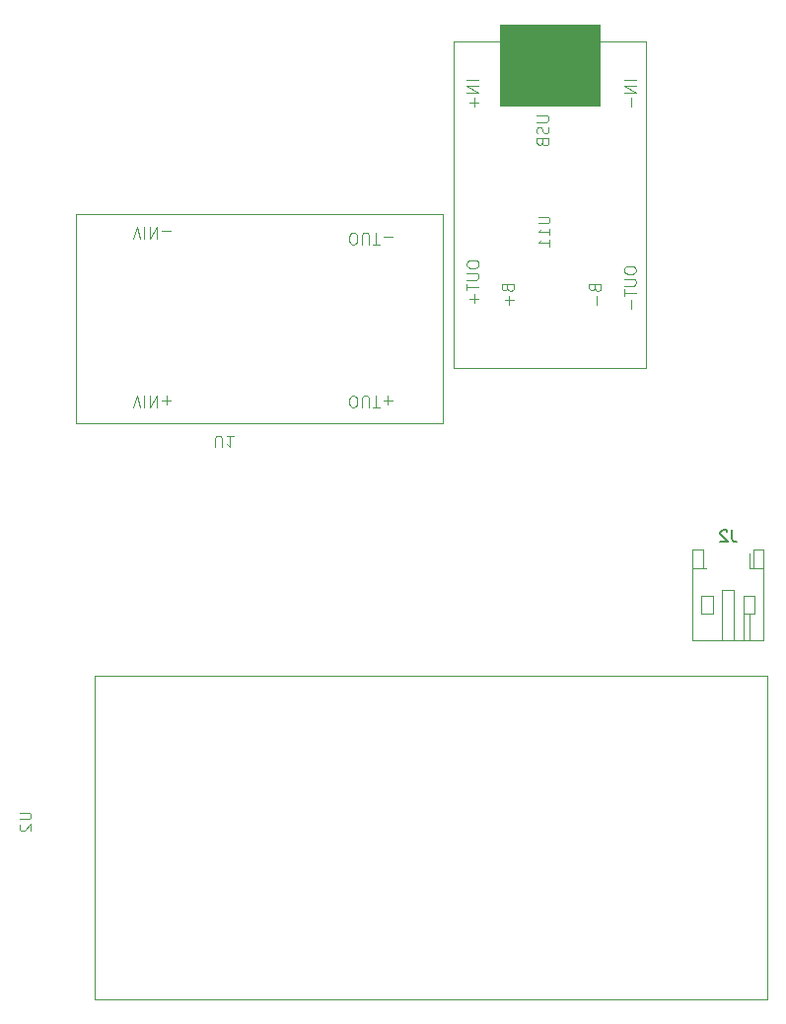
<source format=gbr>
%TF.GenerationSoftware,KiCad,Pcbnew,9.0.0*%
%TF.CreationDate,2025-04-29T13:04:53-04:00*%
%TF.ProjectId,mp3_player,6d70335f-706c-4617-9965-722e6b696361,rev?*%
%TF.SameCoordinates,Original*%
%TF.FileFunction,Legend,Bot*%
%TF.FilePolarity,Positive*%
%FSLAX46Y46*%
G04 Gerber Fmt 4.6, Leading zero omitted, Abs format (unit mm)*
G04 Created by KiCad (PCBNEW 9.0.0) date 2025-04-29 13:04:53*
%MOMM*%
%LPD*%
G01*
G04 APERTURE LIST*
%ADD10C,0.100000*%
%ADD11C,0.150000*%
%ADD12C,0.120000*%
G04 APERTURE END LIST*
D10*
X152681794Y-65554905D02*
X153491317Y-65554905D01*
X153491317Y-65554905D02*
X153586555Y-65602524D01*
X153586555Y-65602524D02*
X153634175Y-65650143D01*
X153634175Y-65650143D02*
X153681794Y-65745381D01*
X153681794Y-65745381D02*
X153681794Y-65935857D01*
X153681794Y-65935857D02*
X153634175Y-66031095D01*
X153634175Y-66031095D02*
X153586555Y-66078714D01*
X153586555Y-66078714D02*
X153491317Y-66126333D01*
X153491317Y-66126333D02*
X152681794Y-66126333D01*
X153681794Y-67126333D02*
X153681794Y-66554905D01*
X153681794Y-66840619D02*
X152681794Y-66840619D01*
X152681794Y-66840619D02*
X152824651Y-66745381D01*
X152824651Y-66745381D02*
X152919889Y-66650143D01*
X152919889Y-66650143D02*
X152967508Y-66554905D01*
X153681794Y-68078714D02*
X153681794Y-67507286D01*
X153681794Y-67793000D02*
X152681794Y-67793000D01*
X152681794Y-67793000D02*
X152824651Y-67697762D01*
X152824651Y-67697762D02*
X152919889Y-67602524D01*
X152919889Y-67602524D02*
X152967508Y-67507286D01*
X147571794Y-53846884D02*
X146571794Y-53846884D01*
X147571794Y-54323074D02*
X146571794Y-54323074D01*
X146571794Y-54323074D02*
X147571794Y-54894502D01*
X147571794Y-54894502D02*
X146571794Y-54894502D01*
X147190841Y-55370693D02*
X147190841Y-56132598D01*
X147571794Y-55751645D02*
X146809889Y-55751645D01*
X146571794Y-69537360D02*
X146571794Y-69727836D01*
X146571794Y-69727836D02*
X146619413Y-69823074D01*
X146619413Y-69823074D02*
X146714651Y-69918312D01*
X146714651Y-69918312D02*
X146905127Y-69965931D01*
X146905127Y-69965931D02*
X147238460Y-69965931D01*
X147238460Y-69965931D02*
X147428936Y-69918312D01*
X147428936Y-69918312D02*
X147524175Y-69823074D01*
X147524175Y-69823074D02*
X147571794Y-69727836D01*
X147571794Y-69727836D02*
X147571794Y-69537360D01*
X147571794Y-69537360D02*
X147524175Y-69442122D01*
X147524175Y-69442122D02*
X147428936Y-69346884D01*
X147428936Y-69346884D02*
X147238460Y-69299265D01*
X147238460Y-69299265D02*
X146905127Y-69299265D01*
X146905127Y-69299265D02*
X146714651Y-69346884D01*
X146714651Y-69346884D02*
X146619413Y-69442122D01*
X146619413Y-69442122D02*
X146571794Y-69537360D01*
X146571794Y-70394503D02*
X147381317Y-70394503D01*
X147381317Y-70394503D02*
X147476555Y-70442122D01*
X147476555Y-70442122D02*
X147524175Y-70489741D01*
X147524175Y-70489741D02*
X147571794Y-70584979D01*
X147571794Y-70584979D02*
X147571794Y-70775455D01*
X147571794Y-70775455D02*
X147524175Y-70870693D01*
X147524175Y-70870693D02*
X147476555Y-70918312D01*
X147476555Y-70918312D02*
X147381317Y-70965931D01*
X147381317Y-70965931D02*
X146571794Y-70965931D01*
X146571794Y-71299265D02*
X146571794Y-71870693D01*
X147571794Y-71584979D02*
X146571794Y-71584979D01*
X147190841Y-72204027D02*
X147190841Y-72965932D01*
X147571794Y-72584979D02*
X146809889Y-72584979D01*
X150047984Y-71680217D02*
X150095603Y-71823074D01*
X150095603Y-71823074D02*
X150143222Y-71870693D01*
X150143222Y-71870693D02*
X150238460Y-71918312D01*
X150238460Y-71918312D02*
X150381317Y-71918312D01*
X150381317Y-71918312D02*
X150476555Y-71870693D01*
X150476555Y-71870693D02*
X150524175Y-71823074D01*
X150524175Y-71823074D02*
X150571794Y-71727836D01*
X150571794Y-71727836D02*
X150571794Y-71346884D01*
X150571794Y-71346884D02*
X149571794Y-71346884D01*
X149571794Y-71346884D02*
X149571794Y-71680217D01*
X149571794Y-71680217D02*
X149619413Y-71775455D01*
X149619413Y-71775455D02*
X149667032Y-71823074D01*
X149667032Y-71823074D02*
X149762270Y-71870693D01*
X149762270Y-71870693D02*
X149857508Y-71870693D01*
X149857508Y-71870693D02*
X149952746Y-71823074D01*
X149952746Y-71823074D02*
X150000365Y-71775455D01*
X150000365Y-71775455D02*
X150047984Y-71680217D01*
X150047984Y-71680217D02*
X150047984Y-71346884D01*
X150190841Y-72346884D02*
X150190841Y-73108789D01*
X150571794Y-72727836D02*
X149809889Y-72727836D01*
X157547984Y-71680217D02*
X157595603Y-71823074D01*
X157595603Y-71823074D02*
X157643222Y-71870693D01*
X157643222Y-71870693D02*
X157738460Y-71918312D01*
X157738460Y-71918312D02*
X157881317Y-71918312D01*
X157881317Y-71918312D02*
X157976555Y-71870693D01*
X157976555Y-71870693D02*
X158024175Y-71823074D01*
X158024175Y-71823074D02*
X158071794Y-71727836D01*
X158071794Y-71727836D02*
X158071794Y-71346884D01*
X158071794Y-71346884D02*
X157071794Y-71346884D01*
X157071794Y-71346884D02*
X157071794Y-71680217D01*
X157071794Y-71680217D02*
X157119413Y-71775455D01*
X157119413Y-71775455D02*
X157167032Y-71823074D01*
X157167032Y-71823074D02*
X157262270Y-71870693D01*
X157262270Y-71870693D02*
X157357508Y-71870693D01*
X157357508Y-71870693D02*
X157452746Y-71823074D01*
X157452746Y-71823074D02*
X157500365Y-71775455D01*
X157500365Y-71775455D02*
X157547984Y-71680217D01*
X157547984Y-71680217D02*
X157547984Y-71346884D01*
X157690841Y-72346884D02*
X157690841Y-73108789D01*
X152571794Y-56846884D02*
X153381317Y-56846884D01*
X153381317Y-56846884D02*
X153476555Y-56894503D01*
X153476555Y-56894503D02*
X153524175Y-56942122D01*
X153524175Y-56942122D02*
X153571794Y-57037360D01*
X153571794Y-57037360D02*
X153571794Y-57227836D01*
X153571794Y-57227836D02*
X153524175Y-57323074D01*
X153524175Y-57323074D02*
X153476555Y-57370693D01*
X153476555Y-57370693D02*
X153381317Y-57418312D01*
X153381317Y-57418312D02*
X152571794Y-57418312D01*
X153524175Y-57846884D02*
X153571794Y-57989741D01*
X153571794Y-57989741D02*
X153571794Y-58227836D01*
X153571794Y-58227836D02*
X153524175Y-58323074D01*
X153524175Y-58323074D02*
X153476555Y-58370693D01*
X153476555Y-58370693D02*
X153381317Y-58418312D01*
X153381317Y-58418312D02*
X153286079Y-58418312D01*
X153286079Y-58418312D02*
X153190841Y-58370693D01*
X153190841Y-58370693D02*
X153143222Y-58323074D01*
X153143222Y-58323074D02*
X153095603Y-58227836D01*
X153095603Y-58227836D02*
X153047984Y-58037360D01*
X153047984Y-58037360D02*
X153000365Y-57942122D01*
X153000365Y-57942122D02*
X152952746Y-57894503D01*
X152952746Y-57894503D02*
X152857508Y-57846884D01*
X152857508Y-57846884D02*
X152762270Y-57846884D01*
X152762270Y-57846884D02*
X152667032Y-57894503D01*
X152667032Y-57894503D02*
X152619413Y-57942122D01*
X152619413Y-57942122D02*
X152571794Y-58037360D01*
X152571794Y-58037360D02*
X152571794Y-58275455D01*
X152571794Y-58275455D02*
X152619413Y-58418312D01*
X153047984Y-59180217D02*
X153095603Y-59323074D01*
X153095603Y-59323074D02*
X153143222Y-59370693D01*
X153143222Y-59370693D02*
X153238460Y-59418312D01*
X153238460Y-59418312D02*
X153381317Y-59418312D01*
X153381317Y-59418312D02*
X153476555Y-59370693D01*
X153476555Y-59370693D02*
X153524175Y-59323074D01*
X153524175Y-59323074D02*
X153571794Y-59227836D01*
X153571794Y-59227836D02*
X153571794Y-58846884D01*
X153571794Y-58846884D02*
X152571794Y-58846884D01*
X152571794Y-58846884D02*
X152571794Y-59180217D01*
X152571794Y-59180217D02*
X152619413Y-59275455D01*
X152619413Y-59275455D02*
X152667032Y-59323074D01*
X152667032Y-59323074D02*
X152762270Y-59370693D01*
X152762270Y-59370693D02*
X152857508Y-59370693D01*
X152857508Y-59370693D02*
X152952746Y-59323074D01*
X152952746Y-59323074D02*
X153000365Y-59275455D01*
X153000365Y-59275455D02*
X153047984Y-59180217D01*
X153047984Y-59180217D02*
X153047984Y-58846884D01*
X161071794Y-53846884D02*
X160071794Y-53846884D01*
X161071794Y-54323074D02*
X160071794Y-54323074D01*
X160071794Y-54323074D02*
X161071794Y-54894502D01*
X161071794Y-54894502D02*
X160071794Y-54894502D01*
X160690841Y-55370693D02*
X160690841Y-56132598D01*
X160071794Y-70037360D02*
X160071794Y-70227836D01*
X160071794Y-70227836D02*
X160119413Y-70323074D01*
X160119413Y-70323074D02*
X160214651Y-70418312D01*
X160214651Y-70418312D02*
X160405127Y-70465931D01*
X160405127Y-70465931D02*
X160738460Y-70465931D01*
X160738460Y-70465931D02*
X160928936Y-70418312D01*
X160928936Y-70418312D02*
X161024175Y-70323074D01*
X161024175Y-70323074D02*
X161071794Y-70227836D01*
X161071794Y-70227836D02*
X161071794Y-70037360D01*
X161071794Y-70037360D02*
X161024175Y-69942122D01*
X161024175Y-69942122D02*
X160928936Y-69846884D01*
X160928936Y-69846884D02*
X160738460Y-69799265D01*
X160738460Y-69799265D02*
X160405127Y-69799265D01*
X160405127Y-69799265D02*
X160214651Y-69846884D01*
X160214651Y-69846884D02*
X160119413Y-69942122D01*
X160119413Y-69942122D02*
X160071794Y-70037360D01*
X160071794Y-70894503D02*
X160881317Y-70894503D01*
X160881317Y-70894503D02*
X160976555Y-70942122D01*
X160976555Y-70942122D02*
X161024175Y-70989741D01*
X161024175Y-70989741D02*
X161071794Y-71084979D01*
X161071794Y-71084979D02*
X161071794Y-71275455D01*
X161071794Y-71275455D02*
X161024175Y-71370693D01*
X161024175Y-71370693D02*
X160976555Y-71418312D01*
X160976555Y-71418312D02*
X160881317Y-71465931D01*
X160881317Y-71465931D02*
X160071794Y-71465931D01*
X160071794Y-71799265D02*
X160071794Y-72370693D01*
X161071794Y-72084979D02*
X160071794Y-72084979D01*
X160690841Y-72704027D02*
X160690841Y-73465932D01*
X108146794Y-116691095D02*
X108956317Y-116691095D01*
X108956317Y-116691095D02*
X109051555Y-116738714D01*
X109051555Y-116738714D02*
X109099175Y-116786333D01*
X109099175Y-116786333D02*
X109146794Y-116881571D01*
X109146794Y-116881571D02*
X109146794Y-117072047D01*
X109146794Y-117072047D02*
X109099175Y-117167285D01*
X109099175Y-117167285D02*
X109051555Y-117214904D01*
X109051555Y-117214904D02*
X108956317Y-117262523D01*
X108956317Y-117262523D02*
X108146794Y-117262523D01*
X108242032Y-117691095D02*
X108194413Y-117738714D01*
X108194413Y-117738714D02*
X108146794Y-117833952D01*
X108146794Y-117833952D02*
X108146794Y-118072047D01*
X108146794Y-118072047D02*
X108194413Y-118167285D01*
X108194413Y-118167285D02*
X108242032Y-118214904D01*
X108242032Y-118214904D02*
X108337270Y-118262523D01*
X108337270Y-118262523D02*
X108432508Y-118262523D01*
X108432508Y-118262523D02*
X108575365Y-118214904D01*
X108575365Y-118214904D02*
X109146794Y-117643476D01*
X109146794Y-117643476D02*
X109146794Y-118262523D01*
D11*
X169333333Y-92454819D02*
X169333333Y-93169104D01*
X169333333Y-93169104D02*
X169380952Y-93311961D01*
X169380952Y-93311961D02*
X169476190Y-93407200D01*
X169476190Y-93407200D02*
X169619047Y-93454819D01*
X169619047Y-93454819D02*
X169714285Y-93454819D01*
X168904761Y-92550057D02*
X168857142Y-92502438D01*
X168857142Y-92502438D02*
X168761904Y-92454819D01*
X168761904Y-92454819D02*
X168523809Y-92454819D01*
X168523809Y-92454819D02*
X168428571Y-92502438D01*
X168428571Y-92502438D02*
X168380952Y-92550057D01*
X168380952Y-92550057D02*
X168333333Y-92645295D01*
X168333333Y-92645295D02*
X168333333Y-92740533D01*
X168333333Y-92740533D02*
X168380952Y-92883390D01*
X168380952Y-92883390D02*
X168952380Y-93454819D01*
X168952380Y-93454819D02*
X168333333Y-93454819D01*
D10*
X124962470Y-85335580D02*
X124962470Y-84526057D01*
X124962470Y-84526057D02*
X125010089Y-84430819D01*
X125010089Y-84430819D02*
X125057708Y-84383200D01*
X125057708Y-84383200D02*
X125152946Y-84335580D01*
X125152946Y-84335580D02*
X125343422Y-84335580D01*
X125343422Y-84335580D02*
X125438660Y-84383200D01*
X125438660Y-84383200D02*
X125486279Y-84430819D01*
X125486279Y-84430819D02*
X125533898Y-84526057D01*
X125533898Y-84526057D02*
X125533898Y-85335580D01*
X126533898Y-84335580D02*
X125962470Y-84335580D01*
X126248184Y-84335580D02*
X126248184Y-85335580D01*
X126248184Y-85335580D02*
X126152946Y-85192723D01*
X126152946Y-85192723D02*
X126057708Y-85097485D01*
X126057708Y-85097485D02*
X125962470Y-85049866D01*
X117885402Y-81920580D02*
X118218735Y-80920580D01*
X118218735Y-80920580D02*
X118552068Y-81920580D01*
X118885402Y-80920580D02*
X118885402Y-81920580D01*
X119361592Y-80920580D02*
X119361592Y-81920580D01*
X119361592Y-81920580D02*
X119933020Y-80920580D01*
X119933020Y-80920580D02*
X119933020Y-81920580D01*
X120409211Y-81301533D02*
X121171116Y-81301533D01*
X120790163Y-80920580D02*
X120790163Y-81682485D01*
X136718735Y-67920580D02*
X136909211Y-67920580D01*
X136909211Y-67920580D02*
X137004449Y-67872961D01*
X137004449Y-67872961D02*
X137099687Y-67777723D01*
X137099687Y-67777723D02*
X137147306Y-67587247D01*
X137147306Y-67587247D02*
X137147306Y-67253914D01*
X137147306Y-67253914D02*
X137099687Y-67063438D01*
X137099687Y-67063438D02*
X137004449Y-66968200D01*
X137004449Y-66968200D02*
X136909211Y-66920580D01*
X136909211Y-66920580D02*
X136718735Y-66920580D01*
X136718735Y-66920580D02*
X136623497Y-66968200D01*
X136623497Y-66968200D02*
X136528259Y-67063438D01*
X136528259Y-67063438D02*
X136480640Y-67253914D01*
X136480640Y-67253914D02*
X136480640Y-67587247D01*
X136480640Y-67587247D02*
X136528259Y-67777723D01*
X136528259Y-67777723D02*
X136623497Y-67872961D01*
X136623497Y-67872961D02*
X136718735Y-67920580D01*
X137575878Y-67920580D02*
X137575878Y-67111057D01*
X137575878Y-67111057D02*
X137623497Y-67015819D01*
X137623497Y-67015819D02*
X137671116Y-66968200D01*
X137671116Y-66968200D02*
X137766354Y-66920580D01*
X137766354Y-66920580D02*
X137956830Y-66920580D01*
X137956830Y-66920580D02*
X138052068Y-66968200D01*
X138052068Y-66968200D02*
X138099687Y-67015819D01*
X138099687Y-67015819D02*
X138147306Y-67111057D01*
X138147306Y-67111057D02*
X138147306Y-67920580D01*
X138480640Y-67920580D02*
X139052068Y-67920580D01*
X138766354Y-66920580D02*
X138766354Y-67920580D01*
X139385402Y-67301533D02*
X140147307Y-67301533D01*
X117885402Y-67420580D02*
X118218735Y-66420580D01*
X118218735Y-66420580D02*
X118552068Y-67420580D01*
X118885402Y-66420580D02*
X118885402Y-67420580D01*
X119361592Y-66420580D02*
X119361592Y-67420580D01*
X119361592Y-67420580D02*
X119933020Y-66420580D01*
X119933020Y-66420580D02*
X119933020Y-67420580D01*
X120409211Y-66801533D02*
X121171116Y-66801533D01*
X136718735Y-81920580D02*
X136909211Y-81920580D01*
X136909211Y-81920580D02*
X137004449Y-81872961D01*
X137004449Y-81872961D02*
X137099687Y-81777723D01*
X137099687Y-81777723D02*
X137147306Y-81587247D01*
X137147306Y-81587247D02*
X137147306Y-81253914D01*
X137147306Y-81253914D02*
X137099687Y-81063438D01*
X137099687Y-81063438D02*
X137004449Y-80968200D01*
X137004449Y-80968200D02*
X136909211Y-80920580D01*
X136909211Y-80920580D02*
X136718735Y-80920580D01*
X136718735Y-80920580D02*
X136623497Y-80968200D01*
X136623497Y-80968200D02*
X136528259Y-81063438D01*
X136528259Y-81063438D02*
X136480640Y-81253914D01*
X136480640Y-81253914D02*
X136480640Y-81587247D01*
X136480640Y-81587247D02*
X136528259Y-81777723D01*
X136528259Y-81777723D02*
X136623497Y-81872961D01*
X136623497Y-81872961D02*
X136718735Y-81920580D01*
X137575878Y-81920580D02*
X137575878Y-81111057D01*
X137575878Y-81111057D02*
X137623497Y-81015819D01*
X137623497Y-81015819D02*
X137671116Y-80968200D01*
X137671116Y-80968200D02*
X137766354Y-80920580D01*
X137766354Y-80920580D02*
X137956830Y-80920580D01*
X137956830Y-80920580D02*
X138052068Y-80968200D01*
X138052068Y-80968200D02*
X138099687Y-81015819D01*
X138099687Y-81015819D02*
X138147306Y-81111057D01*
X138147306Y-81111057D02*
X138147306Y-81920580D01*
X138480640Y-81920580D02*
X139052068Y-81920580D01*
X138766354Y-80920580D02*
X138766354Y-81920580D01*
X139385402Y-81301533D02*
X140147307Y-81301533D01*
X139766354Y-80920580D02*
X139766354Y-81682485D01*
%TO.C,U11*%
X145449375Y-78543000D02*
X161949375Y-78543000D01*
X161949375Y-50543000D01*
X145449375Y-50543000D01*
X145449375Y-78543000D01*
X149449375Y-56043000D02*
X157949375Y-56043000D01*
X157949375Y-49043000D01*
X149449375Y-49043000D01*
X149449375Y-56043000D01*
G36*
X149449375Y-56043000D02*
G01*
X157949375Y-56043000D01*
X157949375Y-49043000D01*
X149449375Y-49043000D01*
X149449375Y-56043000D01*
G37*
%TO.C,U2*%
X114584375Y-104943000D02*
X172334375Y-104943000D01*
X172334375Y-132693000D01*
X114584375Y-132693000D01*
X114584375Y-104943000D01*
D12*
%TO.C,J2*%
X165940000Y-94090000D02*
X166860000Y-94090000D01*
X165940000Y-95690000D02*
X166860000Y-95690000D01*
X165940000Y-101910000D02*
X165940000Y-94090000D01*
X166700000Y-98050000D02*
X166700000Y-99650000D01*
X166700000Y-99650000D02*
X167700000Y-99650000D01*
X166860000Y-94090000D02*
X166860000Y-95690000D01*
X166860000Y-95690000D02*
X167140000Y-95690000D01*
X167700000Y-98050000D02*
X166700000Y-98050000D01*
X167700000Y-99650000D02*
X167700000Y-98050000D01*
X168500000Y-97550000D02*
X168500000Y-101910000D01*
X169500000Y-97550000D02*
X168500000Y-97550000D01*
X169500000Y-101910000D02*
X169500000Y-97550000D01*
X170300000Y-98050000D02*
X171300000Y-98050000D01*
X170300000Y-99650000D02*
X170300000Y-98050000D01*
X170300000Y-99650000D02*
X170300000Y-101910000D01*
X170800000Y-99650000D02*
X170800000Y-101910000D01*
X170860000Y-95690000D02*
X170860000Y-94475000D01*
X170860000Y-95690000D02*
X171140000Y-95690000D01*
X171140000Y-94090000D02*
X172060000Y-94090000D01*
X171140000Y-95690000D02*
X171140000Y-94090000D01*
X171300000Y-98050000D02*
X171300000Y-99650000D01*
X171300000Y-99650000D02*
X170300000Y-99650000D01*
X172060000Y-94090000D02*
X172060000Y-101910000D01*
X172060000Y-95690000D02*
X171140000Y-95690000D01*
X172060000Y-101910000D02*
X165940000Y-101910000D01*
%TO.C,U1*%
D10*
X112974375Y-83293000D02*
X144474375Y-83293000D01*
X144474375Y-65293000D01*
X112974375Y-65293000D01*
X112974375Y-83293000D01*
%TD*%
M02*

</source>
